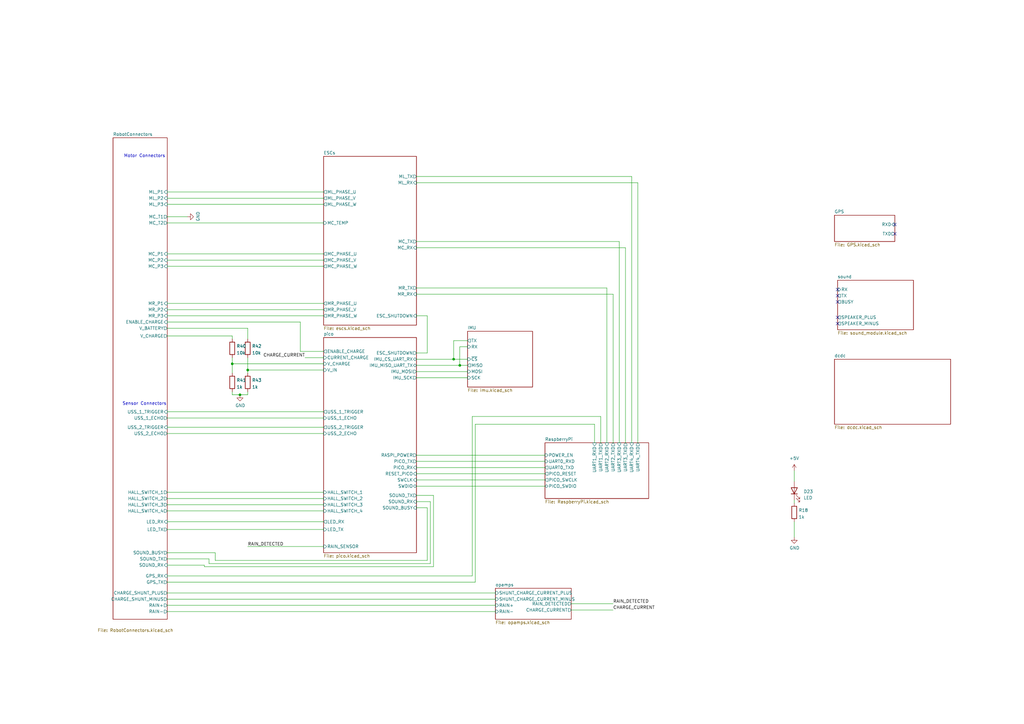
<source format=kicad_sch>
(kicad_sch (version 20230121) (generator eeschema)

  (uuid c454102f-dc92-4550-9492-797fc8e6b49c)

  (paper "A3")

  (lib_symbols
    (symbol "Device:LED" (pin_numbers hide) (pin_names (offset 1.016) hide) (in_bom yes) (on_board yes)
      (property "Reference" "D" (at 0 2.54 0)
        (effects (font (size 1.27 1.27)))
      )
      (property "Value" "LED" (at 0 -2.54 0)
        (effects (font (size 1.27 1.27)))
      )
      (property "Footprint" "" (at 0 0 0)
        (effects (font (size 1.27 1.27)) hide)
      )
      (property "Datasheet" "~" (at 0 0 0)
        (effects (font (size 1.27 1.27)) hide)
      )
      (property "ki_keywords" "LED diode" (at 0 0 0)
        (effects (font (size 1.27 1.27)) hide)
      )
      (property "ki_description" "Light emitting diode" (at 0 0 0)
        (effects (font (size 1.27 1.27)) hide)
      )
      (property "ki_fp_filters" "LED* LED_SMD:* LED_THT:*" (at 0 0 0)
        (effects (font (size 1.27 1.27)) hide)
      )
      (symbol "LED_0_1"
        (polyline
          (pts
            (xy -1.27 -1.27)
            (xy -1.27 1.27)
          )
          (stroke (width 0.254) (type default))
          (fill (type none))
        )
        (polyline
          (pts
            (xy -1.27 0)
            (xy 1.27 0)
          )
          (stroke (width 0) (type default))
          (fill (type none))
        )
        (polyline
          (pts
            (xy 1.27 -1.27)
            (xy 1.27 1.27)
            (xy -1.27 0)
            (xy 1.27 -1.27)
          )
          (stroke (width 0.254) (type default))
          (fill (type none))
        )
        (polyline
          (pts
            (xy -3.048 -0.762)
            (xy -4.572 -2.286)
            (xy -3.81 -2.286)
            (xy -4.572 -2.286)
            (xy -4.572 -1.524)
          )
          (stroke (width 0) (type default))
          (fill (type none))
        )
        (polyline
          (pts
            (xy -1.778 -0.762)
            (xy -3.302 -2.286)
            (xy -2.54 -2.286)
            (xy -3.302 -2.286)
            (xy -3.302 -1.524)
          )
          (stroke (width 0) (type default))
          (fill (type none))
        )
      )
      (symbol "LED_1_1"
        (pin passive line (at -3.81 0 0) (length 2.54)
          (name "K" (effects (font (size 1.27 1.27))))
          (number "1" (effects (font (size 1.27 1.27))))
        )
        (pin passive line (at 3.81 0 180) (length 2.54)
          (name "A" (effects (font (size 1.27 1.27))))
          (number "2" (effects (font (size 1.27 1.27))))
        )
      )
    )
    (symbol "Device:R" (pin_numbers hide) (pin_names (offset 0)) (in_bom yes) (on_board yes)
      (property "Reference" "R" (at 2.032 0 90)
        (effects (font (size 1.27 1.27)))
      )
      (property "Value" "R" (at 0 0 90)
        (effects (font (size 1.27 1.27)))
      )
      (property "Footprint" "" (at -1.778 0 90)
        (effects (font (size 1.27 1.27)) hide)
      )
      (property "Datasheet" "~" (at 0 0 0)
        (effects (font (size 1.27 1.27)) hide)
      )
      (property "ki_keywords" "R res resistor" (at 0 0 0)
        (effects (font (size 1.27 1.27)) hide)
      )
      (property "ki_description" "Resistor" (at 0 0 0)
        (effects (font (size 1.27 1.27)) hide)
      )
      (property "ki_fp_filters" "R_*" (at 0 0 0)
        (effects (font (size 1.27 1.27)) hide)
      )
      (symbol "R_0_1"
        (rectangle (start -1.016 -2.54) (end 1.016 2.54)
          (stroke (width 0.254) (type default))
          (fill (type none))
        )
      )
      (symbol "R_1_1"
        (pin passive line (at 0 3.81 270) (length 1.27)
          (name "~" (effects (font (size 1.27 1.27))))
          (number "1" (effects (font (size 1.27 1.27))))
        )
        (pin passive line (at 0 -3.81 90) (length 1.27)
          (name "~" (effects (font (size 1.27 1.27))))
          (number "2" (effects (font (size 1.27 1.27))))
        )
      )
    )
    (symbol "power:+5V" (power) (pin_names (offset 0)) (in_bom yes) (on_board yes)
      (property "Reference" "#PWR" (at 0 -3.81 0)
        (effects (font (size 1.27 1.27)) hide)
      )
      (property "Value" "+5V" (at 0 3.556 0)
        (effects (font (size 1.27 1.27)))
      )
      (property "Footprint" "" (at 0 0 0)
        (effects (font (size 1.27 1.27)) hide)
      )
      (property "Datasheet" "" (at 0 0 0)
        (effects (font (size 1.27 1.27)) hide)
      )
      (property "ki_keywords" "power-flag" (at 0 0 0)
        (effects (font (size 1.27 1.27)) hide)
      )
      (property "ki_description" "Power symbol creates a global label with name \"+5V\"" (at 0 0 0)
        (effects (font (size 1.27 1.27)) hide)
      )
      (symbol "+5V_0_1"
        (polyline
          (pts
            (xy -0.762 1.27)
            (xy 0 2.54)
          )
          (stroke (width 0) (type default))
          (fill (type none))
        )
        (polyline
          (pts
            (xy 0 0)
            (xy 0 2.54)
          )
          (stroke (width 0) (type default))
          (fill (type none))
        )
        (polyline
          (pts
            (xy 0 2.54)
            (xy 0.762 1.27)
          )
          (stroke (width 0) (type default))
          (fill (type none))
        )
      )
      (symbol "+5V_1_1"
        (pin power_in line (at 0 0 90) (length 0) hide
          (name "+5V" (effects (font (size 1.27 1.27))))
          (number "1" (effects (font (size 1.27 1.27))))
        )
      )
    )
    (symbol "power:GND" (power) (pin_names (offset 0)) (in_bom yes) (on_board yes)
      (property "Reference" "#PWR" (at 0 -6.35 0)
        (effects (font (size 1.27 1.27)) hide)
      )
      (property "Value" "GND" (at 0 -3.81 0)
        (effects (font (size 1.27 1.27)))
      )
      (property "Footprint" "" (at 0 0 0)
        (effects (font (size 1.27 1.27)) hide)
      )
      (property "Datasheet" "" (at 0 0 0)
        (effects (font (size 1.27 1.27)) hide)
      )
      (property "ki_keywords" "power-flag" (at 0 0 0)
        (effects (font (size 1.27 1.27)) hide)
      )
      (property "ki_description" "Power symbol creates a global label with name \"GND\" , ground" (at 0 0 0)
        (effects (font (size 1.27 1.27)) hide)
      )
      (symbol "GND_0_1"
        (polyline
          (pts
            (xy 0 0)
            (xy 0 -1.27)
            (xy 1.27 -1.27)
            (xy 0 -2.54)
            (xy -1.27 -1.27)
            (xy 0 -1.27)
          )
          (stroke (width 0) (type default))
          (fill (type none))
        )
      )
      (symbol "GND_1_1"
        (pin power_in line (at 0 0 270) (length 0) hide
          (name "GND" (effects (font (size 1.27 1.27))))
          (number "1" (effects (font (size 1.27 1.27))))
        )
      )
    )
  )

  (junction (at 186.055 147.32) (diameter 0) (color 0 0 0 0)
    (uuid 04ed2675-ce2a-4160-9983-9bcd239dd2ea)
  )
  (junction (at 101.6 151.765) (diameter 0) (color 0 0 0 0)
    (uuid 11cce725-80c8-4a3a-b5ae-cae23f13fa3b)
  )
  (junction (at 95.25 149.225) (diameter 0) (color 0 0 0 0)
    (uuid 2ecb521c-45df-452e-b864-a9a9b0363acd)
  )
  (junction (at 98.425 161.925) (diameter 0) (color 0 0 0 0)
    (uuid 32fc7964-41f9-4591-aeb7-7e9d98abd628)
  )
  (junction (at 188.595 149.86) (diameter 0) (color 0 0 0 0)
    (uuid d2b0ae55-d8db-4ade-949f-a6e8fe22aa8b)
  )

  (no_connect (at 367.03 92.075) (uuid 0199a3e1-2638-4e34-9e27-3da2307648fa))
  (no_connect (at 343.535 132.715) (uuid 028e1bfd-fedc-4432-a1f1-44ce9b7047ce))
  (no_connect (at 343.535 121.285) (uuid 2594cd38-a45c-4a14-88a0-18fa6eb5ae61))
  (no_connect (at 343.535 123.825) (uuid 5173f749-8ebf-4cdb-96d0-38de72188591))
  (no_connect (at 343.535 118.745) (uuid 5b5cfb16-357c-400b-8cef-f21b16078b74))
  (no_connect (at 343.535 130.175) (uuid 7fe6ed81-c41d-412f-afdc-f0821218ee5e))
  (no_connect (at 367.03 95.885) (uuid e6e2a676-adc6-49ef-8fbb-1d339997c792))

  (wire (pts (xy 68.58 213.995) (xy 132.715 213.995))
    (stroke (width 0) (type default))
    (uuid 008bf71d-2b6f-4fa4-9b95-24a12b07478a)
  )
  (wire (pts (xy 68.58 217.17) (xy 132.715 217.17))
    (stroke (width 0) (type default))
    (uuid 02c78f3d-f260-4ddd-9b78-e921348f536d)
  )
  (wire (pts (xy 175.26 144.78) (xy 175.26 129.54))
    (stroke (width 0) (type default))
    (uuid 0afd8580-8e18-418f-8a0f-e300e7c1a056)
  )
  (wire (pts (xy 101.6 224.155) (xy 132.715 224.155))
    (stroke (width 0) (type default))
    (uuid 0f717419-8f53-4d0f-b8b7-94b41345ed7e)
  )
  (wire (pts (xy 176.53 231.14) (xy 176.53 205.74))
    (stroke (width 0) (type default))
    (uuid 0f94c15f-e4d1-445d-91df-8a0c6c25ba3c)
  )
  (wire (pts (xy 101.6 153.035) (xy 101.6 151.765))
    (stroke (width 0) (type default))
    (uuid 10c69e94-78a1-48cc-9ef9-a4325ae1437d)
  )
  (wire (pts (xy 68.58 104.14) (xy 132.715 104.14))
    (stroke (width 0) (type default))
    (uuid 11a24927-4dac-4787-9d0d-a987e78db510)
  )
  (wire (pts (xy 95.25 137.795) (xy 95.25 139.065))
    (stroke (width 0) (type default))
    (uuid 1900875f-351e-4c48-a641-697938106937)
  )
  (wire (pts (xy 68.58 229.235) (xy 85.725 229.235))
    (stroke (width 0) (type default))
    (uuid 1bcdc262-58ac-4804-84a9-610002012b9c)
  )
  (wire (pts (xy 68.58 137.795) (xy 95.25 137.795))
    (stroke (width 0) (type default))
    (uuid 1cb20f23-7924-4de7-81fd-749505ca7ee4)
  )
  (wire (pts (xy 170.815 205.74) (xy 176.53 205.74))
    (stroke (width 0) (type default))
    (uuid 1e5e95a9-105a-4a66-91df-268e33fa4f92)
  )
  (wire (pts (xy 177.8 232.41) (xy 83.82 232.41))
    (stroke (width 0) (type default))
    (uuid 221e6e3f-7013-41da-a493-bff9e86eeb85)
  )
  (wire (pts (xy 132.715 144.145) (xy 123.19 144.145))
    (stroke (width 0) (type default))
    (uuid 2920abe4-3113-4b26-bf5b-73f26c4847c8)
  )
  (wire (pts (xy 170.815 208.28) (xy 175.26 208.28))
    (stroke (width 0) (type default))
    (uuid 2abc9351-c10f-44f7-8aca-f51aebf48011)
  )
  (wire (pts (xy 188.595 149.86) (xy 191.77 149.86))
    (stroke (width 0) (type default))
    (uuid 378ff63a-13b4-438e-87f3-98aab69302e9)
  )
  (wire (pts (xy 188.595 149.86) (xy 188.595 142.24))
    (stroke (width 0) (type default))
    (uuid 381f6ecf-15bb-4e1d-ac1f-9a58268dc891)
  )
  (wire (pts (xy 243.84 173.99) (xy 243.84 181.61))
    (stroke (width 0) (type default))
    (uuid 3b1871fd-6696-47ed-a4f1-2884cce482d3)
  )
  (wire (pts (xy 83.82 231.775) (xy 68.58 231.775))
    (stroke (width 0) (type default))
    (uuid 3baab07e-b688-4a49-8046-8b3c2ac8e77b)
  )
  (wire (pts (xy 95.25 149.225) (xy 95.25 153.035))
    (stroke (width 0) (type default))
    (uuid 3e20b410-30bb-4c69-bbfd-74e90c1a087a)
  )
  (wire (pts (xy 193.675 236.22) (xy 193.675 170.815))
    (stroke (width 0) (type default))
    (uuid 41fe85e9-7202-4bea-a031-c6ee934c44b6)
  )
  (wire (pts (xy 68.58 134.62) (xy 101.6 134.62))
    (stroke (width 0) (type default))
    (uuid 424ac2e0-bd12-4c9c-812b-8142984a70a1)
  )
  (wire (pts (xy 170.815 147.32) (xy 186.055 147.32))
    (stroke (width 0) (type default))
    (uuid 457475a8-167e-4c23-89ed-e66705fe24b6)
  )
  (wire (pts (xy 101.6 151.765) (xy 132.715 151.765))
    (stroke (width 0) (type default))
    (uuid 46900edb-0352-4b18-867d-5c07c86ed420)
  )
  (wire (pts (xy 95.25 160.655) (xy 95.25 161.925))
    (stroke (width 0) (type default))
    (uuid 47a8f835-64c5-4faa-ab49-28d9f97224c5)
  )
  (wire (pts (xy 68.58 204.47) (xy 132.715 204.47))
    (stroke (width 0) (type default))
    (uuid 55668632-f7b6-4262-b291-114d27c63596)
  )
  (wire (pts (xy 170.815 149.86) (xy 188.595 149.86))
    (stroke (width 0) (type default))
    (uuid 5777203d-d331-41e9-8b66-db6c66336cc4)
  )
  (wire (pts (xy 177.8 203.2) (xy 177.8 232.41))
    (stroke (width 0) (type default))
    (uuid 58002630-d74a-495f-8062-3307deb34607)
  )
  (wire (pts (xy 186.055 139.7) (xy 191.77 139.7))
    (stroke (width 0) (type default))
    (uuid 5802d7bb-ecec-4f63-8e00-9d8a6e0ffac4)
  )
  (wire (pts (xy 95.25 146.685) (xy 95.25 149.225))
    (stroke (width 0) (type default))
    (uuid 5ca23ae4-66a2-46ec-ae96-1a1dbe00b58c)
  )
  (wire (pts (xy 95.25 149.225) (xy 132.715 149.225))
    (stroke (width 0) (type default))
    (uuid 5db520a7-3750-45a1-9fd0-a4b05146c5b4)
  )
  (wire (pts (xy 193.675 170.815) (xy 246.38 170.815))
    (stroke (width 0) (type default))
    (uuid 60131f04-9d7c-4d05-82e5-120c9fc8934d)
  )
  (wire (pts (xy 186.055 147.32) (xy 186.055 139.7))
    (stroke (width 0) (type default))
    (uuid 612c43cd-4a79-4b0a-ae71-91eee13536ba)
  )
  (wire (pts (xy 170.815 191.77) (xy 223.52 191.77))
    (stroke (width 0) (type default))
    (uuid 61957a74-d52f-4c0d-84c4-d87fd0157d0d)
  )
  (wire (pts (xy 68.58 209.55) (xy 132.715 209.55))
    (stroke (width 0) (type default))
    (uuid 61afec29-d5f4-4d52-a2a8-b263a2fcd50d)
  )
  (wire (pts (xy 175.26 208.28) (xy 175.26 229.87))
    (stroke (width 0) (type default))
    (uuid 62f6193c-5d5a-44a7-b67b-720b2df34682)
  )
  (wire (pts (xy 85.725 229.235) (xy 85.725 231.14))
    (stroke (width 0) (type default))
    (uuid 64a4cedb-b872-4d6d-a2d5-b2804254933e)
  )
  (wire (pts (xy 170.815 194.31) (xy 223.52 194.31))
    (stroke (width 0) (type default))
    (uuid 64df10ae-5049-48af-b17b-1db6cb12d326)
  )
  (wire (pts (xy 68.58 81.28) (xy 132.715 81.28))
    (stroke (width 0) (type default))
    (uuid 64e76b1e-288d-4619-a345-b53455ed68d0)
  )
  (wire (pts (xy 68.58 78.74) (xy 132.715 78.74))
    (stroke (width 0) (type default))
    (uuid 6534d445-078b-4c99-bca1-d0968048f39f)
  )
  (wire (pts (xy 101.6 161.925) (xy 101.6 160.655))
    (stroke (width 0) (type default))
    (uuid 675a3e66-d641-4028-83b2-53d07b0c7fba)
  )
  (wire (pts (xy 68.58 226.695) (xy 88.265 226.695))
    (stroke (width 0) (type default))
    (uuid 6867b6a4-9acf-4352-9107-16714e30add7)
  )
  (wire (pts (xy 68.58 88.9) (xy 76.835 88.9))
    (stroke (width 0) (type default))
    (uuid 6ce1e508-96a9-4fd8-89b0-272892dfe871)
  )
  (wire (pts (xy 170.815 196.85) (xy 223.52 196.85))
    (stroke (width 0) (type default))
    (uuid 6f34314e-5136-49ce-aa81-eebca2968f8e)
  )
  (wire (pts (xy 68.58 207.01) (xy 132.715 207.01))
    (stroke (width 0) (type default))
    (uuid 73d832d7-2a16-4a0d-a3c7-b1eceb5019e1)
  )
  (wire (pts (xy 261.62 74.93) (xy 261.62 181.61))
    (stroke (width 0) (type default))
    (uuid 74d0208d-c728-4d02-9389-a886504c5449)
  )
  (wire (pts (xy 68.58 177.8) (xy 132.715 177.8))
    (stroke (width 0) (type default))
    (uuid 769b8d4e-7f1d-4519-a60d-ec596105ac4d)
  )
  (wire (pts (xy 68.58 129.54) (xy 132.715 129.54))
    (stroke (width 0) (type default))
    (uuid 769e6278-8c9f-48d2-97a3-d7cf9df81cea)
  )
  (wire (pts (xy 170.815 203.2) (xy 177.8 203.2))
    (stroke (width 0) (type default))
    (uuid 7ad6be98-fb86-4220-b74b-e274ffab078d)
  )
  (wire (pts (xy 101.6 146.685) (xy 101.6 151.765))
    (stroke (width 0) (type default))
    (uuid 7b21f4d8-a977-495f-b22b-d95a3377ff11)
  )
  (wire (pts (xy 256.54 101.6) (xy 256.54 181.61))
    (stroke (width 0) (type default))
    (uuid 7b5b98ec-6ff9-472b-aaaf-5aa41805b2d5)
  )
  (wire (pts (xy 68.58 238.76) (xy 194.945 238.76))
    (stroke (width 0) (type default))
    (uuid 8459a304-c212-4c4a-9f9d-bd75704f8196)
  )
  (wire (pts (xy 170.815 154.94) (xy 191.77 154.94))
    (stroke (width 0) (type default))
    (uuid 84e089f0-8153-4e01-8b72-30d674044571)
  )
  (wire (pts (xy 88.265 229.87) (xy 88.265 226.695))
    (stroke (width 0) (type default))
    (uuid 88014a50-7516-4f28-99b9-3e1580a99065)
  )
  (wire (pts (xy 68.58 175.26) (xy 132.715 175.26))
    (stroke (width 0) (type default))
    (uuid 8df59e59-7837-4dba-881b-c123934df075)
  )
  (wire (pts (xy 101.6 134.62) (xy 101.6 139.065))
    (stroke (width 0) (type default))
    (uuid 8e15f480-aff5-4f41-91bd-f6819729e3aa)
  )
  (wire (pts (xy 83.82 231.775) (xy 83.82 232.41))
    (stroke (width 0) (type default))
    (uuid 8f96ad7e-81d5-4b6f-8c67-70bc1f804e77)
  )
  (wire (pts (xy 85.725 231.14) (xy 176.53 231.14))
    (stroke (width 0) (type default))
    (uuid 91b67776-3fff-4b92-96bd-915f00b80b7a)
  )
  (wire (pts (xy 132.715 146.685) (xy 125.095 146.685))
    (stroke (width 0) (type default))
    (uuid 953d406a-8586-4ef8-a36c-d16724b1440c)
  )
  (wire (pts (xy 194.945 238.76) (xy 194.945 173.99))
    (stroke (width 0) (type default))
    (uuid 95ef17b3-19ce-4cad-9e12-6185e2a80020)
  )
  (wire (pts (xy 170.815 74.93) (xy 261.62 74.93))
    (stroke (width 0) (type default))
    (uuid 967974d8-cb32-450e-a579-60e248549ec3)
  )
  (wire (pts (xy 170.815 118.11) (xy 248.92 118.11))
    (stroke (width 0) (type default))
    (uuid 97283267-2351-499f-b98a-71bf3a0081c3)
  )
  (wire (pts (xy 325.755 213.995) (xy 325.755 220.345))
    (stroke (width 0) (type default))
    (uuid a45249cb-e521-44bd-8e77-68121352b04a)
  )
  (wire (pts (xy 68.58 243.205) (xy 203.2 243.205))
    (stroke (width 0) (type default))
    (uuid a6ea5284-2cb4-4674-8021-96dbdea68536)
  )
  (wire (pts (xy 325.755 193.04) (xy 325.755 197.485))
    (stroke (width 0) (type default))
    (uuid a8b668c3-2467-466f-9c64-737a80703608)
  )
  (wire (pts (xy 68.58 168.91) (xy 132.715 168.91))
    (stroke (width 0) (type default))
    (uuid a9cab050-9539-45f5-a17c-541c940f2d5c)
  )
  (wire (pts (xy 170.815 199.39) (xy 223.52 199.39))
    (stroke (width 0) (type default))
    (uuid ad01dcdc-efb7-4e74-9e97-3a87d57de8eb)
  )
  (wire (pts (xy 68.58 91.44) (xy 132.715 91.44))
    (stroke (width 0) (type default))
    (uuid ade09a4f-3cbe-410e-966f-886d4c6f31ae)
  )
  (wire (pts (xy 170.815 152.4) (xy 191.77 152.4))
    (stroke (width 0) (type default))
    (uuid b1e5abb9-ee09-4743-8fc6-cbc8c16fdb33)
  )
  (wire (pts (xy 123.19 144.145) (xy 123.19 132.08))
    (stroke (width 0) (type default))
    (uuid b41d4f5f-bec5-4d55-9bc9-80aff9c6a63a)
  )
  (wire (pts (xy 188.595 142.24) (xy 191.77 142.24))
    (stroke (width 0) (type default))
    (uuid b4cdba46-881f-4890-8435-1b02d7e43c08)
  )
  (wire (pts (xy 68.58 124.46) (xy 132.715 124.46))
    (stroke (width 0) (type default))
    (uuid b8c3c954-2b70-44da-ad2f-74a25a972588)
  )
  (wire (pts (xy 186.055 147.32) (xy 191.77 147.32))
    (stroke (width 0) (type default))
    (uuid baf40fe2-65dc-4f0d-94f7-284fb2239c93)
  )
  (wire (pts (xy 234.315 250.19) (xy 251.46 250.19))
    (stroke (width 0) (type default))
    (uuid bb090b51-ce42-407e-ab32-d70b20774e00)
  )
  (wire (pts (xy 175.26 129.54) (xy 170.815 129.54))
    (stroke (width 0) (type default))
    (uuid bf916539-328f-48c8-9696-f149f141beb4)
  )
  (wire (pts (xy 259.08 72.39) (xy 259.08 181.61))
    (stroke (width 0) (type default))
    (uuid c1232b11-e397-4af6-8e0d-ab8d79b0dec0)
  )
  (wire (pts (xy 68.58 83.82) (xy 132.715 83.82))
    (stroke (width 0) (type default))
    (uuid c318a61a-f011-4343-ae73-5cc72cf3d88c)
  )
  (wire (pts (xy 68.58 127) (xy 132.715 127))
    (stroke (width 0) (type default))
    (uuid c4536ddd-217b-482a-9007-2477bb0cbd45)
  )
  (wire (pts (xy 68.58 250.825) (xy 203.2 250.825))
    (stroke (width 0) (type default))
    (uuid c625b2ec-65c8-474d-b5d8-2864ec90cb26)
  )
  (wire (pts (xy 123.19 132.08) (xy 68.58 132.08))
    (stroke (width 0) (type default))
    (uuid c7c26be6-3ae7-406b-9e6c-85002dbcc202)
  )
  (wire (pts (xy 170.815 189.23) (xy 223.52 189.23))
    (stroke (width 0) (type default))
    (uuid c92b1eb1-6573-4077-aa65-0b9c5816b8e8)
  )
  (wire (pts (xy 254 99.06) (xy 254 181.61))
    (stroke (width 0) (type default))
    (uuid ca976671-6130-47f7-ab5b-04ca8e912617)
  )
  (wire (pts (xy 170.815 144.78) (xy 175.26 144.78))
    (stroke (width 0) (type default))
    (uuid ce3deb70-960a-4e35-aa0c-0164d477bca1)
  )
  (wire (pts (xy 68.58 245.745) (xy 203.2 245.745))
    (stroke (width 0) (type default))
    (uuid cff31c05-71fd-4ef2-a5bf-e274fb8fe81b)
  )
  (wire (pts (xy 170.815 101.6) (xy 256.54 101.6))
    (stroke (width 0) (type default))
    (uuid d04eae05-0e75-4ac7-82e2-bf3d325f18fa)
  )
  (wire (pts (xy 325.755 205.105) (xy 325.755 206.375))
    (stroke (width 0) (type default))
    (uuid d0eec2f5-1e43-49b0-8fdc-41e71ccd47c2)
  )
  (wire (pts (xy 98.425 161.925) (xy 101.6 161.925))
    (stroke (width 0) (type default))
    (uuid d11a458d-b760-4c9d-892e-0e8265e4e258)
  )
  (wire (pts (xy 68.58 106.68) (xy 132.715 106.68))
    (stroke (width 0) (type default))
    (uuid d3b6dacf-e819-4520-b624-c3cec182a688)
  )
  (wire (pts (xy 251.46 120.65) (xy 251.46 181.61))
    (stroke (width 0) (type default))
    (uuid d5dd25b6-5c8e-488f-a233-c3d2774f71dd)
  )
  (wire (pts (xy 95.25 161.925) (xy 98.425 161.925))
    (stroke (width 0) (type default))
    (uuid d7773468-3302-4a19-9266-ff022cb2f7d1)
  )
  (wire (pts (xy 170.815 120.65) (xy 251.46 120.65))
    (stroke (width 0) (type default))
    (uuid da0edede-9c03-4fdf-841f-99ba8b87d3c6)
  )
  (wire (pts (xy 170.815 72.39) (xy 259.08 72.39))
    (stroke (width 0) (type default))
    (uuid dc6f6c73-b722-4f8a-b773-c3515f15198c)
  )
  (wire (pts (xy 68.58 248.285) (xy 203.2 248.285))
    (stroke (width 0) (type default))
    (uuid de4c3791-a8f2-4358-a373-8ae684b5e3e0)
  )
  (wire (pts (xy 170.815 99.06) (xy 254 99.06))
    (stroke (width 0) (type default))
    (uuid df39d11b-3f66-4f3d-a8b9-ab4e0d98bb1e)
  )
  (wire (pts (xy 194.945 173.99) (xy 243.84 173.99))
    (stroke (width 0) (type default))
    (uuid df9c22d9-0b95-4d3b-ab0a-70196b2ceb50)
  )
  (wire (pts (xy 68.58 109.22) (xy 132.715 109.22))
    (stroke (width 0) (type default))
    (uuid e844a6d4-3b7a-43f4-b4a0-7c7703d5ce98)
  )
  (wire (pts (xy 68.58 236.22) (xy 193.675 236.22))
    (stroke (width 0) (type default))
    (uuid eacba378-8c5f-45bf-aa0b-3edc0d14f921)
  )
  (wire (pts (xy 170.815 186.69) (xy 223.52 186.69))
    (stroke (width 0) (type default))
    (uuid ed085f45-490f-496b-858f-3a61845c236f)
  )
  (wire (pts (xy 68.58 171.45) (xy 132.715 171.45))
    (stroke (width 0) (type default))
    (uuid f38b701f-acb7-4138-b23a-e4a8b7749c3f)
  )
  (wire (pts (xy 175.26 229.87) (xy 88.265 229.87))
    (stroke (width 0) (type default))
    (uuid f55bb5e0-9f0a-4cd2-bbe4-39bbffd5da41)
  )
  (wire (pts (xy 68.58 201.93) (xy 132.715 201.93))
    (stroke (width 0) (type default))
    (uuid f58e00ba-b1a8-4366-9dd4-020fa9b48988)
  )
  (wire (pts (xy 248.92 118.11) (xy 248.92 181.61))
    (stroke (width 0) (type default))
    (uuid f8815044-1df5-4374-a72d-8932414285b5)
  )
  (wire (pts (xy 246.38 170.815) (xy 246.38 181.61))
    (stroke (width 0) (type default))
    (uuid fa6a5a6b-da32-4341-a053-6be6ee885ddb)
  )
  (wire (pts (xy 234.315 247.65) (xy 251.46 247.65))
    (stroke (width 0) (type default))
    (uuid fad9340f-4b6e-452e-ae29-c2b680269d2a)
  )

  (text "Sensor Connectors" (at 50.165 166.37 0)
    (effects (font (size 1.27 1.27)) (justify left bottom))
    (uuid 5fddebe3-26dc-43a3-9abd-0cc12ded5aeb)
  )
  (text "Motor Connectors" (at 50.8 64.77 0)
    (effects (font (size 1.27 1.27)) (justify left bottom))
    (uuid d8853240-0b36-4575-a768-d15ca97ab24d)
  )

  (label "RAIN_DETECTED" (at 251.46 247.65 0) (fields_autoplaced)
    (effects (font (size 1.27 1.27)) (justify left bottom))
    (uuid 151e5d6f-db2c-4cff-9f93-132440c3f951)
  )
  (label "RAIN_DETECTED" (at 101.6 224.155 0) (fields_autoplaced)
    (effects (font (size 1.27 1.27)) (justify left bottom))
    (uuid 5b903466-680e-4c70-82bc-4043a737c739)
  )
  (label "CHARGE_CURRENT" (at 125.095 146.685 180) (fields_autoplaced)
    (effects (font (size 1.27 1.27)) (justify right bottom))
    (uuid 85304938-f609-4353-a450-f7805a6557f8)
  )
  (label "CHARGE_CURRENT" (at 251.46 250.19 0) (fields_autoplaced)
    (effects (font (size 1.27 1.27)) (justify left bottom))
    (uuid 8e7d8538-861e-431f-828d-78f6d4422736)
  )

  (symbol (lib_id "power:GND") (at 325.755 220.345 0) (unit 1)
    (in_bom yes) (on_board yes) (dnp no)
    (uuid 0570482d-ad9c-4d16-bef5-895ed39c3c46)
    (property "Reference" "#PWR0178" (at 325.755 226.695 0)
      (effects (font (size 1.27 1.27)) hide)
    )
    (property "Value" "GND" (at 325.882 224.7392 0)
      (effects (font (size 1.27 1.27)))
    )
    (property "Footprint" "" (at 325.755 220.345 0)
      (effects (font (size 1.27 1.27)) hide)
    )
    (property "Datasheet" "" (at 325.755 220.345 0)
      (effects (font (size 1.27 1.27)) hide)
    )
    (pin "1" (uuid c912a42c-4696-40aa-9161-484b88bd35c7))
    (instances
      (project "OM Landroid MB"
        (path "/c454102f-dc92-4550-9492-797fc8e6b49c"
          (reference "#PWR0178") (unit 1)
        )
      )
    )
  )

  (symbol (lib_id "Device:R") (at 101.6 156.845 180) (unit 1)
    (in_bom yes) (on_board yes) (dnp no) (fields_autoplaced)
    (uuid 337218a4-f7e6-49fb-bf47-c6a7dfeb6461)
    (property "Reference" "R43" (at 103.378 155.9365 0)
      (effects (font (size 1.27 1.27)) (justify right))
    )
    (property "Value" "1k" (at 103.378 158.7116 0)
      (effects (font (size 1.27 1.27)) (justify right))
    )
    (property "Footprint" "Resistor_SMD:R_0805_2012Metric_Pad1.20x1.40mm_HandSolder" (at 103.378 156.845 90)
      (effects (font (size 1.27 1.27)) hide)
    )
    (property "Datasheet" "~" (at 101.6 156.845 0)
      (effects (font (size 1.27 1.27)) hide)
    )
    (property "Stock_PN" "R-805-1K-.125W-1%" (at 101.6 156.845 0)
      (effects (font (size 1.27 1.27)) hide)
    )
    (property "Digikey" "311-1.00KCRCT-ND" (at 101.6 156.845 0)
      (effects (font (size 1.27 1.27)) hide)
    )
    (property "Part Number" "RC0805FR-071KL" (at 101.6 156.845 0)
      (effects (font (size 1.27 1.27)) hide)
    )
    (property "LCSC" "C95781" (at 101.6 156.845 0)
      (effects (font (size 1.27 1.27)) hide)
    )
    (pin "1" (uuid 783de35c-70d2-4375-bbfe-9e7888c0ca0a))
    (pin "2" (uuid dcef7be2-ba0b-45f5-9f06-13bdf4784a69))
    (instances
      (project "OM Landroid MB"
        (path "/c454102f-dc92-4550-9492-797fc8e6b49c"
          (reference "R43") (unit 1)
        )
      )
    )
  )

  (symbol (lib_id "Device:R") (at 101.6 142.875 180) (unit 1)
    (in_bom yes) (on_board yes) (dnp no) (fields_autoplaced)
    (uuid 39149ed3-901e-42ad-8979-f89404722e91)
    (property "Reference" "R42" (at 103.378 141.9665 0)
      (effects (font (size 1.27 1.27)) (justify right))
    )
    (property "Value" "10k" (at 103.378 144.7416 0)
      (effects (font (size 1.27 1.27)) (justify right))
    )
    (property "Footprint" "Resistor_SMD:R_0805_2012Metric_Pad1.20x1.40mm_HandSolder" (at 103.378 142.875 90)
      (effects (font (size 1.27 1.27)) hide)
    )
    (property "Datasheet" "~" (at 101.6 142.875 0)
      (effects (font (size 1.27 1.27)) hide)
    )
    (property "Digikey" "738-RMCF0805FG10K0CT-ND" (at 101.6 142.875 0)
      (effects (font (size 1.27 1.27)) hide)
    )
    (property "Part Number" "RMCF0805FG10K0" (at 101.6 142.875 0)
      (effects (font (size 1.27 1.27)) hide)
    )
    (property "Stock_PN" "R-805-10K-.125W-1%" (at 101.6 142.875 0)
      (effects (font (size 1.27 1.27)) hide)
    )
    (property "LCSC" "C17414" (at 101.6 142.875 0)
      (effects (font (size 1.27 1.27)) hide)
    )
    (pin "1" (uuid c86481ca-191d-4de6-925b-cce4801bbb5c))
    (pin "2" (uuid da6c81e0-a124-4cc7-bc61-6d3179e3456e))
    (instances
      (project "OM Landroid MB"
        (path "/c454102f-dc92-4550-9492-797fc8e6b49c"
          (reference "R42") (unit 1)
        )
      )
    )
  )

  (symbol (lib_id "Device:LED") (at 325.755 201.295 90) (unit 1)
    (in_bom yes) (on_board yes) (dnp no) (fields_autoplaced)
    (uuid 4c15432e-0b4a-4edc-9a64-374720a40215)
    (property "Reference" "D23" (at 329.565 201.6124 90)
      (effects (font (size 1.27 1.27)) (justify right))
    )
    (property "Value" "LED" (at 329.565 204.1524 90)
      (effects (font (size 1.27 1.27)) (justify right))
    )
    (property "Footprint" "LED_SMD:LED_0805_2012Metric" (at 325.755 201.295 0)
      (effects (font (size 1.27 1.27)) hide)
    )
    (property "Datasheet" "~" (at 325.755 201.295 0)
      (effects (font (size 1.27 1.27)) hide)
    )
    (property "Digikey" "L62505CT-ND" (at 325.755 201.295 0)
      (effects (font (size 1.27 1.27)) hide)
    )
    (property "Part Number" "CMD17-21VGD/TR8" (at 325.755 201.295 0)
      (effects (font (size 1.27 1.27)) hide)
    )
    (property "Stock_PN" "LED-805-GREEN" (at 325.755 201.295 0)
      (effects (font (size 1.27 1.27)) hide)
    )
    (property "LCSC" "C84257" (at 325.755 201.295 0)
      (effects (font (size 1.27 1.27)) hide)
    )
    (property "Sim.Enable" "0" (at 325.755 201.295 0)
      (effects (font (size 1.27 1.27)) hide)
    )
    (pin "1" (uuid b6a79a6b-7d8f-44a0-96f4-2e2acde265f0))
    (pin "2" (uuid 20c2544f-7fbc-4b63-84ae-8594029f4add))
    (instances
      (project "OM Landroid MB"
        (path "/c454102f-dc92-4550-9492-797fc8e6b49c"
          (reference "D23") (unit 1)
        )
      )
    )
  )

  (symbol (lib_id "power:GND") (at 98.425 161.925 0) (unit 1)
    (in_bom yes) (on_board yes) (dnp no)
    (uuid 6fa195f5-b642-4845-adbc-c17568efcf28)
    (property "Reference" "#PWR0112" (at 98.425 168.275 0)
      (effects (font (size 1.27 1.27)) hide)
    )
    (property "Value" "GND" (at 98.552 166.3192 0)
      (effects (font (size 1.27 1.27)))
    )
    (property "Footprint" "" (at 98.425 161.925 0)
      (effects (font (size 1.27 1.27)) hide)
    )
    (property "Datasheet" "" (at 98.425 161.925 0)
      (effects (font (size 1.27 1.27)) hide)
    )
    (pin "1" (uuid c3352541-6c78-4a38-8b4c-af946c23773f))
    (instances
      (project "OM Landroid MB"
        (path "/c454102f-dc92-4550-9492-797fc8e6b49c"
          (reference "#PWR0112") (unit 1)
        )
      )
    )
  )

  (symbol (lib_id "power:GND") (at 76.835 88.9 90) (unit 1)
    (in_bom yes) (on_board yes) (dnp no)
    (uuid 70f10a57-2f3c-42e6-acfc-8037f12c833f)
    (property "Reference" "#PWR0110" (at 83.185 88.9 0)
      (effects (font (size 1.27 1.27)) hide)
    )
    (property "Value" "GND" (at 81.2292 88.773 0)
      (effects (font (size 1.27 1.27)))
    )
    (property "Footprint" "" (at 76.835 88.9 0)
      (effects (font (size 1.27 1.27)) hide)
    )
    (property "Datasheet" "" (at 76.835 88.9 0)
      (effects (font (size 1.27 1.27)) hide)
    )
    (pin "1" (uuid 7aa1f650-5e03-4fc7-bec0-fb6e24a0cc27))
    (instances
      (project "OM Landroid MB"
        (path "/c454102f-dc92-4550-9492-797fc8e6b49c"
          (reference "#PWR0110") (unit 1)
        )
      )
    )
  )

  (symbol (lib_id "Device:R") (at 95.25 156.845 180) (unit 1)
    (in_bom yes) (on_board yes) (dnp no) (fields_autoplaced)
    (uuid 7b887eee-ab07-4f75-8ece-2dd3309fa85e)
    (property "Reference" "R41" (at 97.028 155.9365 0)
      (effects (font (size 1.27 1.27)) (justify right))
    )
    (property "Value" "1k" (at 97.028 158.7116 0)
      (effects (font (size 1.27 1.27)) (justify right))
    )
    (property "Footprint" "Resistor_SMD:R_0805_2012Metric_Pad1.20x1.40mm_HandSolder" (at 97.028 156.845 90)
      (effects (font (size 1.27 1.27)) hide)
    )
    (property "Datasheet" "~" (at 95.25 156.845 0)
      (effects (font (size 1.27 1.27)) hide)
    )
    (property "Stock_PN" "R-805-1K-.125W-1%" (at 95.25 156.845 0)
      (effects (font (size 1.27 1.27)) hide)
    )
    (property "Digikey" "311-1.00KCRCT-ND" (at 95.25 156.845 0)
      (effects (font (size 1.27 1.27)) hide)
    )
    (property "Part Number" "RC0805FR-071KL" (at 95.25 156.845 0)
      (effects (font (size 1.27 1.27)) hide)
    )
    (property "LCSC" "C95781" (at 95.25 156.845 0)
      (effects (font (size 1.27 1.27)) hide)
    )
    (pin "1" (uuid 170902de-7bc2-4a28-9ccc-7deb9c69ed93))
    (pin "2" (uuid 9a242560-9a4e-4d9a-8199-ce9999f33360))
    (instances
      (project "OM Landroid MB"
        (path "/c454102f-dc92-4550-9492-797fc8e6b49c"
          (reference "R41") (unit 1)
        )
      )
    )
  )

  (symbol (lib_id "power:+5V") (at 325.755 193.04 0) (unit 1)
    (in_bom yes) (on_board yes) (dnp no) (fields_autoplaced)
    (uuid 889c752a-b04b-4077-951c-6ffd29f5a39c)
    (property "Reference" "#PWR0179" (at 325.755 196.85 0)
      (effects (font (size 1.27 1.27)) hide)
    )
    (property "Value" "+5V" (at 325.755 187.96 0)
      (effects (font (size 1.27 1.27)))
    )
    (property "Footprint" "" (at 325.755 193.04 0)
      (effects (font (size 1.27 1.27)) hide)
    )
    (property "Datasheet" "" (at 325.755 193.04 0)
      (effects (font (size 1.27 1.27)) hide)
    )
    (pin "1" (uuid 55a66f3f-cf2c-4b6a-9f6c-074d4ff60740))
    (instances
      (project "OM Landroid MB"
        (path "/c454102f-dc92-4550-9492-797fc8e6b49c"
          (reference "#PWR0179") (unit 1)
        )
      )
    )
  )

  (symbol (lib_id "Device:R") (at 95.25 142.875 180) (unit 1)
    (in_bom yes) (on_board yes) (dnp no) (fields_autoplaced)
    (uuid c232cb11-8a68-4dce-bb4f-c439c1318049)
    (property "Reference" "R40" (at 97.028 141.9665 0)
      (effects (font (size 1.27 1.27)) (justify right))
    )
    (property "Value" "10k" (at 97.028 144.7416 0)
      (effects (font (size 1.27 1.27)) (justify right))
    )
    (property "Footprint" "Resistor_SMD:R_0805_2012Metric_Pad1.20x1.40mm_HandSolder" (at 97.028 142.875 90)
      (effects (font (size 1.27 1.27)) hide)
    )
    (property "Datasheet" "~" (at 95.25 142.875 0)
      (effects (font (size 1.27 1.27)) hide)
    )
    (property "Digikey" "738-RMCF0805FG10K0CT-ND" (at 95.25 142.875 0)
      (effects (font (size 1.27 1.27)) hide)
    )
    (property "Part Number" "RMCF0805FG10K0" (at 95.25 142.875 0)
      (effects (font (size 1.27 1.27)) hide)
    )
    (property "Stock_PN" "R-805-10K-.125W-1%" (at 95.25 142.875 0)
      (effects (font (size 1.27 1.27)) hide)
    )
    (property "LCSC" "C17414" (at 95.25 142.875 0)
      (effects (font (size 1.27 1.27)) hide)
    )
    (pin "1" (uuid 52fdbe48-59a5-4ba3-990d-549b897421f5))
    (pin "2" (uuid eaf2b716-3b32-439b-951a-5da9561ff14d))
    (instances
      (project "OM Landroid MB"
        (path "/c454102f-dc92-4550-9492-797fc8e6b49c"
          (reference "R40") (unit 1)
        )
      )
    )
  )

  (symbol (lib_id "Device:R") (at 325.755 210.185 180) (unit 1)
    (in_bom yes) (on_board yes) (dnp no) (fields_autoplaced)
    (uuid ecf4e879-2155-47ff-a552-04fe15db6414)
    (property "Reference" "R18" (at 327.533 209.2765 0)
      (effects (font (size 1.27 1.27)) (justify right))
    )
    (property "Value" "1k" (at 327.533 212.0516 0)
      (effects (font (size 1.27 1.27)) (justify right))
    )
    (property "Footprint" "Resistor_SMD:R_0805_2012Metric_Pad1.20x1.40mm_HandSolder" (at 327.533 210.185 90)
      (effects (font (size 1.27 1.27)) hide)
    )
    (property "Datasheet" "~" (at 325.755 210.185 0)
      (effects (font (size 1.27 1.27)) hide)
    )
    (property "Stock_PN" "R-805-1K-.125W-1%" (at 325.755 210.185 0)
      (effects (font (size 1.27 1.27)) hide)
    )
    (property "Digikey" "311-1.00KCRCT-ND" (at 325.755 210.185 0)
      (effects (font (size 1.27 1.27)) hide)
    )
    (property "Part Number" "RC0805FR-071KL" (at 325.755 210.185 0)
      (effects (font (size 1.27 1.27)) hide)
    )
    (property "LCSC" "C95781" (at 325.755 210.185 0)
      (effects (font (size 1.27 1.27)) hide)
    )
    (pin "1" (uuid a8d6e7d9-db73-4b71-8e91-4a27caff8fb9))
    (pin "2" (uuid 4badca64-b277-4708-be99-1f7e92632ea6))
    (instances
      (project "OM Landroid MB"
        (path "/c454102f-dc92-4550-9492-797fc8e6b49c"
          (reference "R18") (unit 1)
        )
      )
    )
  )

  (sheet (at 46.355 56.515) (size 22.225 197.485)
    (stroke (width 0) (type solid))
    (fill (color 0 0 0 0.0000))
    (uuid 00000000-0000-0000-0000-000061040c60)
    (property "Sheetname" "RobotConnectors" (at 46.355 55.8034 0)
      (effects (font (size 1.27 1.27)) (justify left bottom))
    )
    (property "Sheetfile" "RobotConnectors.kicad_sch" (at 40.005 257.7596 0)
      (effects (font (size 1.27 1.27)) (justify left top))
    )
    (pin "MR_P3" input (at 68.58 129.54 0)
      (effects (font (size 1.27 1.27)) (justify right))
      (uuid 269f19c3-6824-45a8-be29-fa58d70cbb42)
    )
    (pin "MR_P2" input (at 68.58 127 0)
      (effects (font (size 1.27 1.27)) (justify right))
      (uuid da481376-0e49-44d3-91b8-aaa39b869dd1)
    )
    (pin "MR_P1" input (at 68.58 124.46 0)
      (effects (font (size 1.27 1.27)) (justify right))
      (uuid f988d6ea-11c5-4837-b1d1-5c292ded50c6)
    )
    (pin "MC_P3" input (at 68.58 109.22 0)
      (effects (font (size 1.27 1.27)) (justify right))
      (uuid d3e133b7-2c84-4206-a2b1-e693cb57fe56)
    )
    (pin "MC_P2" input (at 68.58 106.68 0)
      (effects (font (size 1.27 1.27)) (justify right))
      (uuid 9aaeec6e-84fe-4644-b0bc-5de24626ff48)
    )
    (pin "MC_P1" input (at 68.58 104.14 0)
      (effects (font (size 1.27 1.27)) (justify right))
      (uuid 2e0a9f64-1b78-4597-8d50-d12d2268a95a)
    )
    (pin "ML_P2" input (at 68.58 81.28 0)
      (effects (font (size 1.27 1.27)) (justify right))
      (uuid 1dfbf353-5b24-4c0f-8322-8fcd514ae75e)
    )
    (pin "ML_P1" input (at 68.58 78.74 0)
      (effects (font (size 1.27 1.27)) (justify right))
      (uuid e0c7ddff-8c90-465f-be62-21fb49b059fa)
    )
    (pin "MC_T1" output (at 68.58 88.9 0)
      (effects (font (size 1.27 1.27)) (justify right))
      (uuid 96db52e2-6336-4f5e-846e-528c594d0509)
    )
    (pin "MC_T2" output (at 68.58 91.44 0)
      (effects (font (size 1.27 1.27)) (justify right))
      (uuid 59fc765e-1357-4c94-9529-5635418c7d73)
    )
    (pin "V_CHARGE" output (at 68.58 137.795 0)
      (effects (font (size 1.27 1.27)) (justify right))
      (uuid 6f580eb1-88cc-489d-a7ca-9efa5e590715)
    )
    (pin "ML_P3" input (at 68.58 83.82 0)
      (effects (font (size 1.27 1.27)) (justify right))
      (uuid 84f36b63-3871-4f90-8620-601d640bd44d)
    )
    (pin "USS_1_TRIGGER" input (at 68.58 168.91 0)
      (effects (font (size 1.27 1.27)) (justify right))
      (uuid 93179806-69a6-43fe-9d83-5f39c81da900)
    )
    (pin "USS_2_TRIGGER" input (at 68.58 175.26 0)
      (effects (font (size 1.27 1.27)) (justify right))
      (uuid 1e50f4bc-24a9-4da1-bfb5-9ae390963a14)
    )
    (pin "USS_2_ECHO" output (at 68.58 177.8 0)
      (effects (font (size 1.27 1.27)) (justify right))
      (uuid 88aaddf7-19d0-4f88-96ee-22da0bbab945)
    )
    (pin "USS_1_ECHO" output (at 68.58 171.45 0)
      (effects (font (size 1.27 1.27)) (justify right))
      (uuid 78742807-2f39-4104-a828-f6cd5ef5d603)
    )
    (pin "HALL_SWITCH_1" output (at 68.58 201.93 0)
      (effects (font (size 1.27 1.27)) (justify right))
      (uuid 53a3f406-06d3-48f1-a795-8559173f3b47)
    )
    (pin "HALL_SWITCH_3" output (at 68.58 207.01 0)
      (effects (font (size 1.27 1.27)) (justify right))
      (uuid e12cab91-aad2-4278-8daf-25b78e40a467)
    )
    (pin "HALL_SWITCH_2" output (at 68.58 204.47 0)
      (effects (font (size 1.27 1.27)) (justify right))
      (uuid 0143a486-8b88-449c-ab45-08453e17f2ad)
    )
    (pin "HALL_SWITCH_4" output (at 68.58 209.55 0)
      (effects (font (size 1.27 1.27)) (justify right))
      (uuid ca9a4f5b-086b-4126-a8b2-5c2fd9c5e20d)
    )
    (pin "RAIN+" output (at 68.58 248.285 0)
      (effects (font (size 1.27 1.27)) (justify right))
      (uuid 7b92496e-8832-462c-9134-c9933855ed1d)
    )
    (pin "RAIN-" output (at 68.58 250.825 0)
      (effects (font (size 1.27 1.27)) (justify right))
      (uuid b9a00662-2443-46dd-9087-2d5927a9cf73)
    )
    (pin "LED_TX" output (at 68.58 217.17 0)
      (effects (font (size 1.27 1.27)) (justify right))
      (uuid ea634f17-5138-4e79-ae03-c992be47a030)
    )
    (pin "LED_RX" input (at 68.58 213.995 0)
      (effects (font (size 1.27 1.27)) (justify right))
      (uuid 316f758f-fa3e-4a88-8401-5a6b9c518723)
    )
    (pin "CHARGE_SHUNT_PLUS" output (at 68.58 243.205 0)
      (effects (font (size 1.27 1.27)) (justify right))
      (uuid 986d4720-736e-424d-9f5f-f7ba753dbfe1)
    )
    (pin "CHARGE_SHUNT_MINUS" output (at 68.58 245.745 0)
      (effects (font (size 1.27 1.27)) (justify right))
      (uuid 68ec3b04-e2b7-4bd6-a6a5-46c668a8338c)
    )
    (pin "ENABLE_CHARGE" input (at 68.58 132.08 0)
      (effects (font (size 1.27 1.27)) (justify right))
      (uuid c4ee5d6d-f02e-4abd-a7c0-6fd340101d5b)
    )
    (pin "V_BATTERY" output (at 68.58 134.62 0)
      (effects (font (size 1.27 1.27)) (justify right))
      (uuid 70821572-c238-423f-86a0-48ee851deab1)
    )
    (pin "SOUND_BUSY" output (at 68.58 226.695 0)
      (effects (font (size 1.27 1.27)) (justify right))
      (uuid 890c8333-f659-4853-8582-b002ffe0e3b1)
    )
    (pin "SOUND_TX" output (at 68.58 229.235 0)
      (effects (font (size 1.27 1.27)) (justify right))
      (uuid a090419e-e876-490d-af96-82733640d6f6)
    )
    (pin "SOUND_RX" input (at 68.58 231.775 0)
      (effects (font (size 1.27 1.27)) (justify right))
      (uuid 76f6dfe2-2712-4b0f-b75e-e9098b8dd6ac)
    )
    (pin "GPS_TX" output (at 68.58 238.76 0)
      (effects (font (size 1.27 1.27)) (justify right))
      (uuid d3943f9b-339f-46e4-ac0b-68431a23f7a8)
    )
    (pin "GPS_RX" input (at 68.58 236.22 0)
      (effects (font (size 1.27 1.27)) (justify right))
      (uuid 75ec8e04-9d4e-4591-9de1-5dfe47eb1e0e)
    )
    (instances
      (project "OM Landroid MB"
        (path "/c454102f-dc92-4550-9492-797fc8e6b49c" (page "2"))
      )
    )
  )

  (sheet (at 223.52 181.61) (size 42.545 22.86) (fields_autoplaced)
    (stroke (width 0) (type solid))
    (fill (color 0 0 0 0.0000))
    (uuid 00000000-0000-0000-0000-000061080954)
    (property "Sheetname" "RaspberryPi" (at 223.52 180.8984 0)
      (effects (font (size 1.27 1.27)) (justify left bottom))
    )
    (property "Sheetfile" "RaspberryPi.kicad_sch" (at 223.52 205.0546 0)
      (effects (font (size 1.27 1.27)) (justify left top))
    )
    (pin "POWER_EN" input (at 223.52 186.69 180)
      (effects (font (size 1.27 1.27)) (justify left))
      (uuid 73c7d2e2-4229-49ea-9296-6cdb3d34d04c)
    )
    (pin "PICO_RESET" output (at 223.52 194.31 180)
      (effects (font (size 1.27 1.27)) (justify left))
      (uuid bfc83d54-6d31-45c1-ae99-1a285f132054)
    )
    (pin "PICO_SWDIO" bidirectional (at 223.52 199.39 180)
      (effects (font (size 1.27 1.27)) (justify left))
      (uuid 772db668-3ae1-4b15-9bdf-96ebe596723c)
    )
    (pin "PICO_SWCLK" output (at 223.52 196.85 180)
      (effects (font (size 1.27 1.27)) (justify left))
      (uuid 861c419f-7464-4477-bb88-ff330f065e45)
    )
    (pin "UART1_TXD" output (at 246.38 181.61 90)
      (effects (font (size 1.27 1.27)) (justify right))
      (uuid 8e600ede-bbe7-4ccf-8f1a-ae878a9a7c26)
    )
    (pin "UART2_TXD" output (at 251.46 181.61 90)
      (effects (font (size 1.27 1.27)) (justify right))
      (uuid d95b0832-b9f4-4c6b-bf2b-ce12b181d8da)
    )
    (pin "UART2_RXD" input (at 248.92 181.61 90)
      (effects (font (size 1.27 1.27)) (justify right))
      (uuid 75f837bd-6a55-4c30-8df9-8c50eacc2669)
    )
    (pin "UART3_RXD" input (at 254 181.61 90)
      (effects (font (size 1.27 1.27)) (justify right))
      (uuid d98a747c-ad1e-4321-ae57-c9b7d235af5c)
    )
    (pin "UART4_RXD" input (at 259.08 181.61 90)
      (effects (font (size 1.27 1.27)) (justify right))
      (uuid 77fea73c-934c-45d4-a916-c2d0df3a590d)
    )
    (pin "UART1_RXD" input (at 243.84 181.61 90)
      (effects (font (size 1.27 1.27)) (justify right))
      (uuid 7c134c6e-95f9-4a33-9f0d-812e76539ac6)
    )
    (pin "UART4_TXD" output (at 261.62 181.61 90)
      (effects (font (size 1.27 1.27)) (justify right))
      (uuid 6826f06d-dd7f-4177-8cea-9a58c0ce58e7)
    )
    (pin "UART0_TXD" output (at 223.52 191.77 180)
      (effects (font (size 1.27 1.27)) (justify left))
      (uuid 4e4f66a8-3522-464f-a6a7-2896c68466c4)
    )
    (pin "UART0_RXD" input (at 223.52 189.23 180)
      (effects (font (size 1.27 1.27)) (justify left))
      (uuid 3332d4d4-0e23-4ec9-9615-18fb338c9644)
    )
    (pin "UART3_TXD" output (at 256.54 181.61 90)
      (effects (font (size 1.27 1.27)) (justify right))
      (uuid f83a33c5-c0e4-4dd7-ae06-9d7a004524a4)
    )
    (instances
      (project "OM Landroid MB"
        (path "/c454102f-dc92-4550-9492-797fc8e6b49c" (page "9"))
      )
    )
  )

  (sheet (at 342.265 88.265) (size 24.765 10.795) (fields_autoplaced)
    (stroke (width 0) (type solid))
    (fill (color 0 0 0 0.0000))
    (uuid 00000000-0000-0000-0000-00006109dce5)
    (property "Sheetname" "GPS" (at 342.265 87.5534 0)
      (effects (font (size 1.27 1.27)) (justify left bottom))
    )
    (property "Sheetfile" "GPS.kicad_sch" (at 342.265 99.6446 0)
      (effects (font (size 1.27 1.27)) (justify left top))
    )
    (pin "RXD" input (at 367.03 92.075 0)
      (effects (font (size 1.27 1.27)) (justify right))
      (uuid d0cd3439-276c-41ba-b38d-f84f6da38415)
    )
    (pin "TXD" output (at 367.03 95.885 0)
      (effects (font (size 1.27 1.27)) (justify right))
      (uuid b854a395-bfc6-4140-9640-75d4f9296771)
    )
    (instances
      (project "OM Landroid MB"
        (path "/c454102f-dc92-4550-9492-797fc8e6b49c" (page "10"))
      )
    )
  )

  (sheet (at 343.535 114.935) (size 31.115 20.32) (fields_autoplaced)
    (stroke (width 0.1524) (type solid))
    (fill (color 0 0 0 0.0000))
    (uuid 7936fd08-09c5-4aba-8422-c848060d3b9f)
    (property "Sheetname" "sound" (at 343.535 114.2234 0)
      (effects (font (size 1.27 1.27)) (justify left bottom))
    )
    (property "Sheetfile" "sound_module.kicad_sch" (at 343.535 135.8396 0)
      (effects (font (size 1.27 1.27)) (justify left top))
    )
    (pin "BUSY" output (at 343.535 123.825 180)
      (effects (font (size 1.27 1.27)) (justify left))
      (uuid 3b23f77a-2dfb-4dc4-bb39-51060e2f6752)
    )
    (pin "TX" output (at 343.535 121.285 180)
      (effects (font (size 1.27 1.27)) (justify left))
      (uuid 7216c81f-578e-4e7a-93e2-6e7e4b0f08f8)
    )
    (pin "RX" input (at 343.535 118.745 180)
      (effects (font (size 1.27 1.27)) (justify left))
      (uuid 6b012b2c-7e90-4f7e-b58f-f2a33cb7580d)
    )
    (pin "SPEAKER_PLUS" output (at 343.535 130.175 180)
      (effects (font (size 1.27 1.27)) (justify left))
      (uuid e73067c5-0bf4-4f44-be33-c28f7b06adae)
    )
    (pin "SPEAKER_MINUS" output (at 343.535 132.715 180)
      (effects (font (size 1.27 1.27)) (justify left))
      (uuid f2b6acd1-ec4b-4a0f-b0b7-2146865b1f2a)
    )
    (instances
      (project "OM Landroid MB"
        (path "/c454102f-dc92-4550-9492-797fc8e6b49c" (page "16"))
      )
    )
  )

  (sheet (at 203.2 241.3) (size 31.115 12.7) (fields_autoplaced)
    (stroke (width 0.1524) (type solid))
    (fill (color 0 0 0 0.0000))
    (uuid 989a400d-9ce2-403e-a19e-ad0a758fe27c)
    (property "Sheetname" "opamps" (at 203.2 240.5884 0)
      (effects (font (size 1.27 1.27)) (justify left bottom))
    )
    (property "Sheetfile" "opamps.kicad_sch" (at 203.2 254.5846 0)
      (effects (font (size 1.27 1.27)) (justify left top))
    )
    (pin "RAIN_DETECTED" output (at 234.315 247.65 0)
      (effects (font (size 1.27 1.27)) (justify right))
      (uuid 44bd1962-6d75-4626-afc0-40e86ad32a59)
    )
    (pin "RAIN-" input (at 203.2 250.825 180)
      (effects (font (size 1.27 1.27)) (justify left))
      (uuid de2c655b-2b6e-4bb5-8769-fcb71bc7546f)
    )
    (pin "RAIN+" input (at 203.2 248.285 180)
      (effects (font (size 1.27 1.27)) (justify left))
      (uuid 69bf3a88-f88c-4097-a0ce-86fbde41e507)
    )
    (pin "CHARGE_CURRENT" output (at 234.315 250.19 0)
      (effects (font (size 1.27 1.27)) (justify right))
      (uuid bc3b1962-e74c-4492-b610-eca9a4b181db)
    )
    (pin "SHUNT_CHARGE_CURRENT_PLUS" input (at 203.2 243.205 180)
      (effects (font (size 1.27 1.27)) (justify left))
      (uuid 6e3839a5-2b40-4f1a-b2da-1efdd99de65c)
    )
    (pin "SHUNT_CHARGE_CURRENT_MINUS" input (at 203.2 245.745 180)
      (effects (font (size 1.27 1.27)) (justify left))
      (uuid 49b41501-eb96-44cd-9c0e-6a338a8f9661)
    )
    (instances
      (project "OM Landroid MB"
        (path "/c454102f-dc92-4550-9492-797fc8e6b49c" (page "15"))
      )
    )
  )

  (sheet (at 132.715 64.135) (size 38.1 69.215) (fields_autoplaced)
    (stroke (width 0.1524) (type solid))
    (fill (color 0 0 0 0.0000))
    (uuid a66eb396-0410-43f5-a37d-ef2abb980a3a)
    (property "Sheetname" "ESCs" (at 132.715 63.4234 0)
      (effects (font (size 1.27 1.27)) (justify left bottom))
    )
    (property "Sheetfile" "escs.kicad_sch" (at 132.715 133.9346 0)
      (effects (font (size 1.27 1.27)) (justify left top))
    )
    (pin "MC_PHASE_V" output (at 132.715 106.68 180)
      (effects (font (size 1.27 1.27)) (justify left))
      (uuid 634b8e06-231f-4b02-bb7c-aeab97b2e041)
    )
    (pin "MC_PHASE_W" output (at 132.715 109.22 180)
      (effects (font (size 1.27 1.27)) (justify left))
      (uuid 12fec1fa-0a74-471f-aa9e-f7b6fdb4d8c5)
    )
    (pin "MC_TEMP" input (at 132.715 91.44 180)
      (effects (font (size 1.27 1.27)) (justify left))
      (uuid e0ae63b5-24d7-458b-9535-08938a32cde1)
    )
    (pin "MC_PHASE_U" output (at 132.715 104.14 180)
      (effects (font (size 1.27 1.27)) (justify left))
      (uuid c059b7e2-87ff-4bbc-84da-06a4bb5356db)
    )
    (pin "MR_TX" output (at 170.815 118.11 0)
      (effects (font (size 1.27 1.27)) (justify right))
      (uuid f32059d3-7084-4ed4-8599-71bbb032ca3e)
    )
    (pin "MR_RX" input (at 170.815 120.65 0)
      (effects (font (size 1.27 1.27)) (justify right))
      (uuid 729819a5-a985-4af6-a3fb-77eac66f6014)
    )
    (pin "ML_PHASE_V" output (at 132.715 81.28 180)
      (effects (font (size 1.27 1.27)) (justify left))
      (uuid a71c8a07-31e9-4493-9b90-becd3ccb5f4e)
    )
    (pin "ML_PHASE_U" output (at 132.715 78.74 180)
      (effects (font (size 1.27 1.27)) (justify left))
      (uuid 0c7fd956-3d56-4e78-9b9e-aeef810393e8)
    )
    (pin "ML_PHASE_W" output (at 132.715 83.82 180)
      (effects (font (size 1.27 1.27)) (justify left))
      (uuid 0d6ef015-65b4-4bf9-92fa-45dfd615e898)
    )
    (pin "MC_TX" output (at 170.815 99.06 0)
      (effects (font (size 1.27 1.27)) (justify right))
      (uuid 7b1b5ad1-f3df-4e72-912c-cbf7446e3706)
    )
    (pin "MC_RX" input (at 170.815 101.6 0)
      (effects (font (size 1.27 1.27)) (justify right))
      (uuid f3d469c6-511f-4d2c-a815-0f8688c9ddd4)
    )
    (pin "ML_RX" input (at 170.815 74.93 0)
      (effects (font (size 1.27 1.27)) (justify right))
      (uuid 187d9bd6-43df-4f1c-b5c8-3a638b0c9ad1)
    )
    (pin "ML_TX" output (at 170.815 72.39 0)
      (effects (font (size 1.27 1.27)) (justify right))
      (uuid fd606b76-030c-497f-ac8a-d35f0acbcc5b)
    )
    (pin "MR_PHASE_V" output (at 132.715 127 180)
      (effects (font (size 1.27 1.27)) (justify left))
      (uuid 9f48ebd9-ca5d-470a-b42c-9a71c6fa0215)
    )
    (pin "MR_PHASE_U" output (at 132.715 124.46 180)
      (effects (font (size 1.27 1.27)) (justify left))
      (uuid b4328897-91fa-4dcb-959b-03ba571eaef5)
    )
    (pin "MR_PHASE_W" output (at 132.715 129.54 180)
      (effects (font (size 1.27 1.27)) (justify left))
      (uuid c52abeb6-7ec5-4a3a-9bd3-400df2ead626)
    )
    (pin "ESC_SHUTDOWN" input (at 170.815 129.54 0)
      (effects (font (size 1.27 1.27)) (justify right))
      (uuid 13752bef-17eb-4c13-bd16-7f8cac28f7a5)
    )
    (instances
      (project "OM Landroid MB"
        (path "/c454102f-dc92-4550-9492-797fc8e6b49c" (page "6"))
      )
    )
  )

  (sheet (at 132.715 138.43) (size 38.1 88.265) (fields_autoplaced)
    (stroke (width 0.1524) (type solid))
    (fill (color 0 0 0 0.0000))
    (uuid c4934db8-1638-4ac4-bd06-84d03b3fc106)
    (property "Sheetname" "pico" (at 132.715 137.7184 0)
      (effects (font (size 1.27 1.27)) (justify left bottom))
    )
    (property "Sheetfile" "pico.kicad_sch" (at 132.715 227.2796 0)
      (effects (font (size 1.27 1.27)) (justify left top))
    )
    (pin "LED_RX" output (at 132.715 213.995 180)
      (effects (font (size 1.27 1.27)) (justify left))
      (uuid 4605768b-96c1-4af4-a885-4ee61719f56a)
    )
    (pin "LED_TX" input (at 132.715 217.17 180)
      (effects (font (size 1.27 1.27)) (justify left))
      (uuid a5325122-9493-4eef-a22d-ad5b71213a7d)
    )
    (pin "CURRENT_CHARGE" input (at 132.715 146.685 180)
      (effects (font (size 1.27 1.27)) (justify left))
      (uuid c2bfaedd-04a0-4f79-bd90-d1eb5ed34914)
    )
    (pin "V_CHARGE" input (at 132.715 149.225 180)
      (effects (font (size 1.27 1.27)) (justify left))
      (uuid 56a4fa7b-20f8-4ccd-8669-68c6f73543c5)
    )
    (pin "V_IN" input (at 132.715 151.765 180)
      (effects (font (size 1.27 1.27)) (justify left))
      (uuid 36bbcb7a-7ff1-4c6a-acd9-c1ea305ca4e7)
    )
    (pin "RESET_PICO" input (at 170.815 194.31 0)
      (effects (font (size 1.27 1.27)) (justify right))
      (uuid 1fcd6d78-c993-4f8b-9a15-ae2c182f9296)
    )
    (pin "SOUND_TX" output (at 170.815 203.2 0)
      (effects (font (size 1.27 1.27)) (justify right))
      (uuid fd3a3fc0-31b7-45f5-9945-803de9082686)
    )
    (pin "SOUND_RX" input (at 170.815 205.74 0)
      (effects (font (size 1.27 1.27)) (justify right))
      (uuid c338ef5c-a3c5-497e-a00f-98b4f7ec8fc0)
    )
    (pin "SOUND_BUSY" input (at 170.815 208.28 0)
      (effects (font (size 1.27 1.27)) (justify right))
      (uuid 7733da48-b06a-4fe3-9ad5-bc47269949b6)
    )
    (pin "RAIN_SENSOR" input (at 132.715 224.155 180)
      (effects (font (size 1.27 1.27)) (justify left))
      (uuid e9e070f2-ec3e-407f-af05-83b9391c2f90)
    )
    (pin "USS_1_TRIGGER" output (at 132.715 168.91 180)
      (effects (font (size 1.27 1.27)) (justify left))
      (uuid 8d937b19-08c6-4126-a54d-0091c54a3533)
    )
    (pin "USS_2_TRIGGER" output (at 132.715 175.26 180)
      (effects (font (size 1.27 1.27)) (justify left))
      (uuid 4df18d70-c3a9-413b-9e26-dac217e89beb)
    )
    (pin "USS_1_ECHO" input (at 132.715 171.45 180)
      (effects (font (size 1.27 1.27)) (justify left))
      (uuid 31c23cb2-0703-49b4-b508-f6b556612690)
    )
    (pin "USS_2_ECHO" input (at 132.715 177.8 180)
      (effects (font (size 1.27 1.27)) (justify left))
      (uuid ec36b2b6-5601-4d85-b839-56668fdd31b9)
    )
    (pin "HALL_SWITCH_4" input (at 132.715 209.55 180)
      (effects (font (size 1.27 1.27)) (justify left))
      (uuid 3dd9c050-cd9a-4179-9f6b-41776c59fa6b)
    )
    (pin "HALL_SWITCH_2" input (at 132.715 204.47 180)
      (effects (font (size 1.27 1.27)) (justify left))
      (uuid 731ded83-9094-4420-ab0a-576949b35164)
    )
    (pin "HALL_SWITCH_3" input (at 132.715 207.01 180)
      (effects (font (size 1.27 1.27)) (justify left))
      (uuid 8977aa0b-30fe-4d07-b6a3-fe9698130dbe)
    )
    (pin "HALL_SWITCH_1" input (at 132.715 201.93 180)
      (effects (font (size 1.27 1.27)) (justify left))
      (uuid 2678962f-8cac-43e3-830f-45e046a1e506)
    )
    (pin "IMU_MISO_UART_TX" bidirectional (at 170.815 149.86 0)
      (effects (font (size 1.27 1.27)) (justify right))
      (uuid b2df74cc-7999-4eb1-ae89-6edff48876c9)
    )
    (pin "IMU_SCK" output (at 170.815 154.94 0)
      (effects (font (size 1.27 1.27)) (justify right))
      (uuid a08fac32-dbd0-4678-aa1b-c7ac686746a3)
    )
    (pin "IMU_CS_UART_RX" bidirectional (at 170.815 147.32 0)
      (effects (font (size 1.27 1.27)) (justify right))
      (uuid d63ca2a8-aff0-4fb2-81e6-dacff3e94123)
    )
    (pin "IMU_MOSI" output (at 170.815 152.4 0)
      (effects (font (size 1.27 1.27)) (justify right))
      (uuid b2f5c184-a70e-4604-83f5-38711f6a3073)
    )
    (pin "SWCLK" input (at 170.815 196.85 0)
      (effects (font (size 1.27 1.27)) (justify right))
      (uuid 86f75c2e-9b33-4896-a5e7-7b56b6ef7c8a)
    )
    (pin "SWDIO" bidirectional (at 170.815 199.39 0)
      (effects (font (size 1.27 1.27)) (justify right))
      (uuid 0a7b0105-f948-44d4-91c6-229e02e9f1d6)
    )
    (pin "PICO_TX" output (at 170.815 189.23 0)
      (effects (font (size 1.27 1.27)) (justify right))
      (uuid 9b17b4a7-71e2-42f0-85d8-02d90469df56)
    )
    (pin "PICO_RX" input (at 170.815 191.77 0)
      (effects (font (size 1.27 1.27)) (justify right))
      (uuid 8d9c0b55-7712-4fea-8925-1323c501c1f6)
    )
    (pin "ENABLE_CHARGE" output (at 132.715 144.145 180)
      (effects (font (size 1.27 1.27)) (justify left))
      (uuid a2a0a807-09cb-4ca2-b71b-496398743aad)
    )
    (pin "RASPI_POWER" output (at 170.815 186.69 0)
      (effects (font (size 1.27 1.27)) (justify right))
      (uuid dd8bdac5-95c2-41de-ac2e-85ce06bb3ee4)
    )
    (pin "ESC_SHUTDOWN" output (at 170.815 144.78 0)
      (effects (font (size 1.27 1.27)) (justify right))
      (uuid b002fb6d-4150-4f62-8601-274e23cf5a7f)
    )
    (instances
      (project "OM Landroid MB"
        (path "/c454102f-dc92-4550-9492-797fc8e6b49c" (page "14"))
      )
    )
  )

  (sheet (at 191.77 135.89) (size 26.67 22.86) (fields_autoplaced)
    (stroke (width 0.1524) (type solid))
    (fill (color 0 0 0 0.0000))
    (uuid df7e4e30-b8d5-4f4b-a24f-39298e982d26)
    (property "Sheetname" "IMU" (at 191.77 135.1784 0)
      (effects (font (size 1.27 1.27)) (justify left bottom))
    )
    (property "Sheetfile" "imu.kicad_sch" (at 191.77 159.3346 0)
      (effects (font (size 1.27 1.27)) (justify left top))
    )
    (pin "SCK" input (at 191.77 154.94 180)
      (effects (font (size 1.27 1.27)) (justify left))
      (uuid d168afcc-1b18-4d52-bf79-986976f38521)
    )
    (pin "MISO" output (at 191.77 149.86 180)
      (effects (font (size 1.27 1.27)) (justify left))
      (uuid 2778c949-5992-4115-bb8c-2d6ffdffd602)
    )
    (pin "MOSI" input (at 191.77 152.4 180)
      (effects (font (size 1.27 1.27)) (justify left))
      (uuid 54384f31-094e-443e-9fea-9e850be335eb)
    )
    (pin "~{CS}" input (at 191.77 147.32 180)
      (effects (font (size 1.27 1.27)) (justify left))
      (uuid 24d1638b-92b1-452e-b6a3-4cde1fdcb067)
    )
    (pin "RX" input (at 191.77 142.24 180)
      (effects (font (size 1.27 1.27)) (justify left))
      (uuid b653ffdf-4505-4bd0-8c6e-49a6bf52a879)
    )
    (pin "TX" output (at 191.77 139.7 180)
      (effects (font (size 1.27 1.27)) (justify left))
      (uuid 89a320e5-d213-47dd-99bb-5984ee5ed802)
    )
    (instances
      (project "OM Landroid MB"
        (path "/c454102f-dc92-4550-9492-797fc8e6b49c" (page "17"))
      )
    )
  )

  (sheet (at 342.265 147.32) (size 47.625 26.67) (fields_autoplaced)
    (stroke (width 0.1524) (type solid))
    (fill (color 0 0 0 0.0000))
    (uuid ea926745-863d-461e-9df3-dbf32112727b)
    (property "Sheetname" "dcdc" (at 342.265 146.6084 0)
      (effects (font (size 1.27 1.27)) (justify left bottom))
    )
    (property "Sheetfile" "dcdc.kicad_sch" (at 342.265 174.5746 0)
      (effects (font (size 1.27 1.27)) (justify left top))
    )
    (instances
      (project "OM Landroid MB"
        (path "/c454102f-dc92-4550-9492-797fc8e6b49c" (page "14"))
      )
    )
  )

  (sheet_instances
    (path "/" (page "1"))
  )
)

</source>
